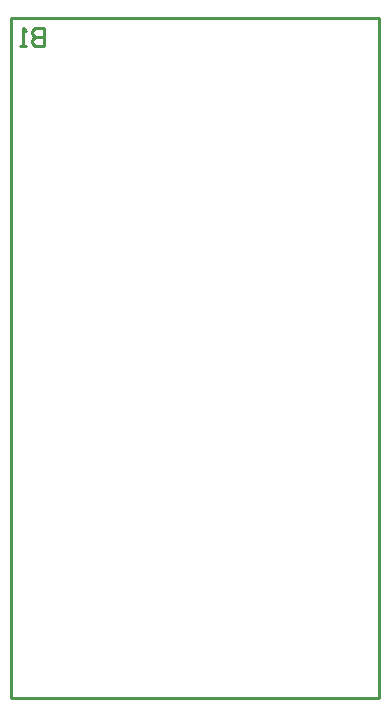
<source format=gbr>
%TF.GenerationSoftware,Altium Limited,Altium Designer,20.0.14 (345)*%
G04 Layer_Color=32896*
%FSLAX45Y45*%
%MOMM*%
%TF.FileFunction,Legend,Bot*%
%TF.Part,Single*%
G01*
G75*
%TA.AperFunction,NonConductor*%
%ADD25C,0.25400*%
D25*
X442900Y6203700D02*
X3562900D01*
X3562900Y443700D02*
X3562900Y6203700D01*
X442900Y443700D02*
X3562900D01*
X442900D02*
X442900Y6203700D01*
X723867Y6121375D02*
Y5969025D01*
X647692D01*
X622300Y5994417D01*
Y6019808D01*
X647692Y6045200D01*
X723867D01*
X647692D01*
X622300Y6070592D01*
Y6095983D01*
X647692Y6121375D01*
X723867D01*
X571516Y5969025D02*
X520733D01*
X546124D01*
Y6121375D01*
X571516Y6095983D01*
%TF.MD5,5511bc8d669721ddb7722a8985058ca8*%
M02*

</source>
